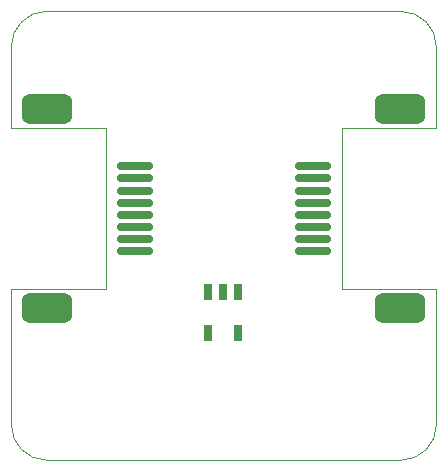
<source format=gtp>
G04 #@! TF.GenerationSoftware,KiCad,Pcbnew,6.0.11*
G04 #@! TF.CreationDate,2023-02-26T14:58:43+01:00*
G04 #@! TF.ProjectId,patchloop2,70617463-686c-46f6-9f70-322e6b696361,1*
G04 #@! TF.SameCoordinates,PX5f5e100PY5d81fd0*
G04 #@! TF.FileFunction,Paste,Top*
G04 #@! TF.FilePolarity,Positive*
%FSLAX46Y46*%
G04 Gerber Fmt 4.6, Leading zero omitted, Abs format (unit mm)*
G04 Created by KiCad (PCBNEW 6.0.11) date 2023-02-26 14:58:43*
%MOMM*%
%LPD*%
G01*
G04 APERTURE LIST*
G04 Aperture macros list*
%AMRoundRect*
0 Rectangle with rounded corners*
0 $1 Rounding radius*
0 $2 $3 $4 $5 $6 $7 $8 $9 X,Y pos of 4 corners*
0 Add a 4 corners polygon primitive as box body*
4,1,4,$2,$3,$4,$5,$6,$7,$8,$9,$2,$3,0*
0 Add four circle primitives for the rounded corners*
1,1,$1+$1,$2,$3*
1,1,$1+$1,$4,$5*
1,1,$1+$1,$6,$7*
1,1,$1+$1,$8,$9*
0 Add four rect primitives between the rounded corners*
20,1,$1+$1,$2,$3,$4,$5,0*
20,1,$1+$1,$4,$5,$6,$7,0*
20,1,$1+$1,$6,$7,$8,$9,0*
20,1,$1+$1,$8,$9,$2,$3,0*%
G04 Aperture macros list end*
G04 #@! TA.AperFunction,Profile*
%ADD10C,0.100000*%
G04 #@! TD*
%ADD11RoundRect,0.175000X1.325000X-0.175000X1.325000X0.175000X-1.325000X0.175000X-1.325000X-0.175000X0*%
%ADD12RoundRect,0.625000X1.525000X-0.625000X1.525000X0.625000X-1.525000X0.625000X-1.525000X-0.625000X0*%
%ADD13RoundRect,0.175000X-1.325000X0.175000X-1.325000X-0.175000X1.325000X-0.175000X1.325000X0.175000X0*%
%ADD14RoundRect,0.625000X-1.525000X0.625000X-1.525000X-0.625000X1.525000X-0.625000X1.525000X0.625000X0*%
%ADD15R,0.760000X1.400000*%
G04 APERTURE END LIST*
D10*
X0Y3050000D02*
G75*
G03*
X3000000Y50000I3000000J0D01*
G01*
X33000000Y50000D02*
G75*
G03*
X36000000Y3050000I0J3000000D01*
G01*
X36000000Y35050000D02*
G75*
G03*
X33000000Y38050000I-3000000J0D01*
G01*
X36000000Y28150000D02*
X28000000Y28150000D01*
X36000000Y14550000D02*
X36000000Y3050000D01*
X28000000Y28150000D02*
X28000000Y14550000D01*
X3000000Y38050000D02*
X33000000Y38050000D01*
X3000000Y38050000D02*
G75*
G03*
X0Y35050000I0J-3000000D01*
G01*
X0Y28150000D02*
X8000000Y28150000D01*
X0Y14550000D02*
X0Y3050000D01*
X36000000Y35050000D02*
X36000000Y28150000D01*
X8000000Y14550000D02*
X0Y14550000D01*
X8000000Y28150000D02*
X8000000Y14550000D01*
X28000000Y14550000D02*
X36000000Y14550000D01*
X3000000Y50000D02*
X33000000Y50000D01*
X0Y35050000D02*
X0Y28150000D01*
D11*
X25550000Y17780000D03*
X25550000Y18800000D03*
X25550000Y19820000D03*
X25550000Y20840000D03*
X25550000Y21860000D03*
X25550000Y22880000D03*
X25550000Y23900000D03*
X25550000Y24920000D03*
D12*
X32950000Y29800000D03*
X32950000Y12900000D03*
D13*
X10450000Y24920000D03*
X10450000Y23900000D03*
X10450000Y22880000D03*
X10450000Y21860000D03*
X10450000Y20840000D03*
X10450000Y19820000D03*
X10450000Y18800000D03*
X10450000Y17780000D03*
D14*
X3050000Y12900000D03*
X3050000Y29800000D03*
D15*
X16630000Y10835000D03*
X19170000Y10835000D03*
X19170000Y14265000D03*
X17900000Y14265000D03*
X16630000Y14265000D03*
M02*

</source>
